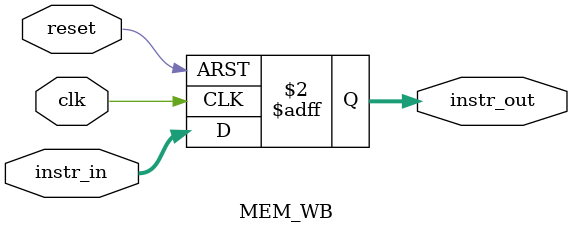
<source format=v>

`timescale 1ns / 1ns

module MEM_WB (
    input clk,
    input reset,
    input [31:0] instr_in,
    output reg [31:0] instr_out
);

    always @(posedge clk or posedge reset) begin
        if (reset)
            instr_out <= 32'b0;
        else
            instr_out <= instr_in;
    end
endmodule

</source>
